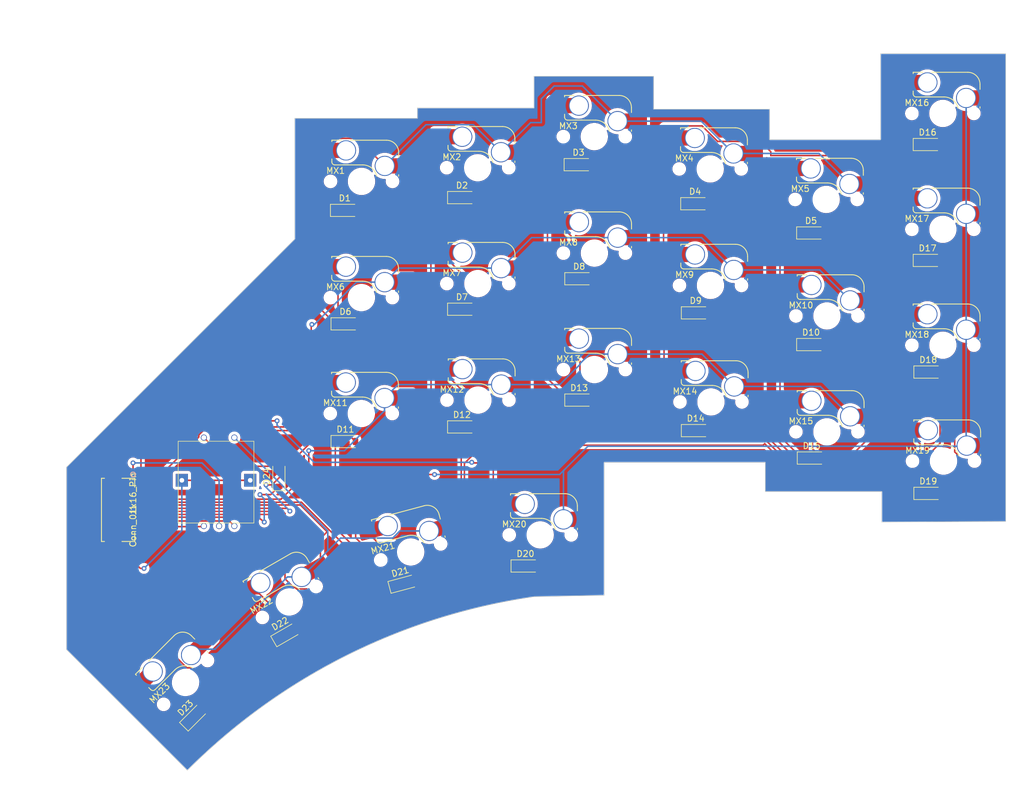
<source format=kicad_pcb>
(kicad_pcb (version 20221018) (generator pcbnew)
  (layers (0 "F.Cu" signal) (31 "B.Cu" signal) (34 "B.Paste" user) (35 "F.Paste" user) (36 "B.SilkS" user "B.Silkscreen") (37 "F.SilkS" user "F.Silkscreen") (38 "B.Mask" user) (39 "F.Mask" user) (44 "Edge.Cuts" user))
  (net 0 "")
  (net 1 "Net-(D1-K)")
  (net 2 "Net-(D1-A)")
  (net 3 "Net-(D12-K)")
  (net 4 "Net-(D2-A)")
  (net 5 "Net-(D24-K)")
  (net 6 "Net-(D3-A)")
  (net 7 "Net-(D24-A)")
  (net 8 "Net-(D4-A)")
  (net 9 "Net-(D10-K)")
  (net 10 "Net-(D5-A)")
  (net 11 "Net-(D6-A)")
  (net 12 "Net-(D7-A)")
  (net 13 "Net-(D13-K)")
  (net 14 "Net-(D8-A)")
  (net 15 "Net-(D14-K)")
  (net 16 "Net-(D9-A)")
  (net 17 "Net-(D10-A)")
  (net 18 "Net-(D11-A)")
  (net 19 "Net-(D12-A)")
  (net 20 "Net-(D13-A)")
  (net 21 "Net-(D14-A)")
  (net 22 "Net-(D15-A)")
  (net 23 "Net-(D16-A)")
  (net 24 "Net-(D17-A)")
  (net 25 "Net-(D18-A)")
  (net 26 "Net-(D19-A)")
  (net 27 "Net-(D20-A)")
  (net 28 "Net-(D21-A)")
  (net 29 "Net-(D22-A)")
  (net 30 "Net-(D23-A)")
  (net 31 "Net-(J1-Pin_1)")
  (net 32 "Net-(J1-Pin_2)")
  (net 33 "Net-(J1-Pin_3)")
  (net 34 "Net-(J1-Pin_4)")
  (net 35 "Net-(J1-Pin_5)")
  (net 36 "Net-(J1-Pin_12)")
  (net 37 "Net-(J1-Pin_13)")
  (net 38 "Net-(J1-Pin_14)")
  (net 39 "Net-(J1-Pin_6)")
  (footprint "PCM_marbastlib-mx:SW_MX_HS_1u" (layer "F.Cu") (at 106.58 58.6)
    (fp_text reference "MX2")
    (fp_text value "MX_SW_HS")
  )
  (footprint "PCM_marbastlib-mx:SW_MX_HS_1u" (layer "F.Cu") (at 163.8 101.9)
    (fp_text reference "MX15")
    (fp_text value "MX_SW_HS")
  )
  (footprint "Diode_SMD:D_SOD-123" (layer "F.Cu") (at 161.3 106.2)
    (fp_text reference "D15")
    (fp_text value "D")
  )
  (footprint "PCM_marbastlib-mx:SW_MX_HS_1u" (layer "F.Cu") (at 125.68 53.5)
    (fp_text reference "MX3")
    (fp_text value "MX_SW_HS")
  )
  (footprint "Diode_SMD:D_SOD-123" (layer "F.Cu") (at 123.2 76.8)
    (fp_text reference "D8")
    (fp_text value "D")
  )
  (footprint "Diode_SMD:D_SOD-123" (layer "F.Cu") (at 94.4 126.8 15)
    (fp_text reference "D21")
    (fp_text value "D")
  )
  (footprint "PCM_marbastlib-mx:SW_MX_HS_1u" (layer "F.Cu") (at 182.8 49.7)
    (fp_text reference "MX16")
    (fp_text value "MX_SW_HS")
  )
  (footprint "PCM_marbastlib-mx:SW_MX_HS_1u" (layer "F.Cu") (at 116.82 118.8)
    (fp_text reference "MX20")
    (fp_text value "MX_SW_HS")
  )
  (footprint "Diode_SMD:D_SOD-123" (layer "F.Cu") (at 142.3 101.7)
    (fp_text reference "D14")
    (fp_text value "D")
  )
  (footprint "PCM_marbastlib-mx:SW_MX_HS_1u" (layer "F.Cu") (at 182.9 106.7)
    (fp_text reference "MX19")
    (fp_text value "MX_SW_HS")
  )
  (footprint "Diode_SMD:D_SOD-123" (layer "F.Cu") (at 104 101.1)
    (fp_text reference "D12")
    (fp_text value "D")
  )
  (footprint "PCM_marbastlib-mx:SW_MX_HS_1u" (layer "F.Cu") (at 182.8 87.7)
    (fp_text reference "MX18")
    (fp_text value "MX_SW_HS")
  )
  (footprint "CustomKicad:PEC12R-42" (layer "F.Cu") (at 64.2 109.85)
    (fp_text reference "SW1" hide)
    (fp_text value "RotaryEncoder_Switch")
  )
  (footprint "PCM_marbastlib-mx:SW_MX_HS_1u" (layer "F.Cu") (at 144.68 58.8)
    (fp_text reference "MX4")
    (fp_text value "MX_SW_HS")
  )
  (footprint "Diode_SMD:D_SOD-123" (layer "F.Cu") (at 180.3 54.8)
    (fp_text reference "D16")
    (fp_text value "D")
  )
  (footprint "Diode_SMD:D_SOD-123" (layer "F.Cu") (at 74 109.2 90)
    (fp_text reference "D24")
    (fp_text value "D")
  )
  (footprint "Diode_SMD:D_SOD-123" (layer "F.Cu") (at 161.2 87.6)
    (fp_text reference "D10")
    (fp_text value "D")
  )
  (footprint "Diode_SMD:D_SOD-123" (layer "F.Cu") (at 114.4 123.9)
    (fp_text reference "D20")
    (fp_text value "D")
  )
  (footprint "PCM_marbastlib-mx:SW_MX_HS_1u" (layer "F.Cu") (at 87.52 79.9)
    (fp_text reference "MX6")
    (fp_text value "MX_SW_HS")
  )
  (footprint "Diode_SMD:D_SOD-123" (layer "F.Cu") (at 180.4 112)
    (fp_text reference "D19")
    (fp_text value "D")
  )
  (footprint "PCM_marbastlib-mx:SW_MX_HS_1u" (layer "F.Cu") (at 87.54 60.84)
    (fp_text reference "MX1")
    (fp_text value "MX_SW_HS")
  )
  (footprint "Diode_SMD:D_SOD-123" (layer "F.Cu") (at 60.1 148.6 45)
    (fp_text reference "D23")
    (fp_text value "D")
  )
  (footprint "PCM_marbastlib-mx:SW_MX_HS_1u" (layer "F.Cu") (at 95.6 121.6 15)
    (fp_text reference "MX21")
    (fp_text value "MX_SW_HS")
  )
  (footprint "PCM_marbastlib-mx:SW_MX_HS_1u" (layer "F.Cu") (at 125.7 72.6)
    (fp_text reference "MX8")
    (fp_text value "MX_SW_HS")
  )
  (footprint "Diode_SMD:D_SOD-123" (layer "F.Cu") (at 142.3 82.4)
    (fp_text reference "D9")
    (fp_text value "D")
  )
  (footprint "PCM_marbastlib-mx:SW_MX_HS_1u" (layer "F.Cu") (at 106.62 96.7)
    (fp_text reference "MX12")
    (fp_text value "MX_SW_HS")
  )
  (footprint "Diode_SMD:D_SOD-123" (layer "F.Cu") (at 84.9 103.5)
    (fp_text reference "D11")
    (fp_text value "D")
  )
  (footprint "Diode_SMD:D_SOD-123" (layer "F.Cu") (at 142.2 64.5)
    (fp_text reference "D4")
    (fp_text value "D")
  )
  (footprint "Diode_SMD:D_SOD-123" (layer "F.Cu") (at 84.8 65.6)
    (fp_text reference "D1")
    (fp_text value "D")
  )
  (footprint "PCM_marbastlib-mx:SW_MX_HS_1u" (layer "F.Cu") (at 144.72 77.9)
    (fp_text reference "MX9")
    (fp_text value "MX_SW_HS")
  )
  (footprint "Diode_SMD:D_SOD-123" (layer "F.Cu") (at 180.3 73.8)
    (fp_text reference "D17")
    (fp_text value "D")
  )
  (footprint "Diode_SMD:D_SOD-123" (layer "F.Cu") (at 75.2 135.1 30)
    (fp_text reference "D22")
    (fp_text value "D")
  )
  (footprint "PCM_marbastlib-mx:SW_MX_HS_1u" (layer "F.Cu") (at 182.8 68.7)
    (fp_text reference "MX17")
    (fp_text value "MX_SW_HS")
  )
  (footprint "Diode_SMD:D_SOD-123" (layer "F.Cu") (at 104 81.8)
    (fp_text reference "D7")
    (fp_text value "D")
  )
  (footprint "PCM_marbastlib-mx:SW_MX_HS_1u" (layer "F.Cu") (at 125.7 91.7)
    (fp_text reference "MX13")
    (fp_text value "MX_SW_HS")
  )
  (footprint "PCM_marbastlib-mx:SW_MX_HS_1u" (layer "F.Cu") (at 144.8 97)
    (fp_text reference "MX14")
    (fp_text value "MX_SW_HS")
  )
  (footprint "Diode_SMD:D_SOD-123" (layer "F.Cu") (at 104 63.5)
    (fp_text reference "D2")
    (fp_text value "D")
  )
  (footprint "Diode_SMD:D_SOD-123" (layer "F.Cu") (at 180.4 92.1)
    (fp_text reference "D18")
    (fp_text value "D")
  )
  (footprint "PCM_marbastlib-mx:SW_MX_HS_1u" (layer "F.Cu") (at 87.5 98.9)
    (fp_text reference "MX11")
    (fp_text value "MX_SW_HS")
  )
  (footprint "Diode_SMD:D_SOD-123" (layer "F.Cu") (at 123.1 58.1)
    (fp_text reference "D3")
    (fp_text value "D")
  )
  (footprint "PCM_marbastlib-mx:SW_MX_HS_1u" (layer "F.Cu") (at 106.6 77.6)
    (fp_text reference "MX7")
    (fp_text value "MX_SW_HS")
  )
  (footprint "PCM_marbastlib-mx:SW_MX_HS_1u" (layer "F.Cu") (at 163.8 82.9)
    (fp_text reference "MX10")
    (fp_text value "MX_SW_HS")
  )
  (footprint "PCM_marbastlib-mx:SW_MX_HS_1u" (layer "F.Cu") (at 75.7 129.8 30)
    (fp_text reference "MX22")
    (fp_text value "MX_SW_HS")
  )
  (footprint "CustomKicad:XF3M-1415-1B" (layer "F.Cu") (at 50.099994 117.950002 -90)
    (fp_text reference "J1")
    (fp_text value "Conn_01x16_Pin")
  )
  (footprint "Diode_SMD:D_SOD-123" (layer "F.Cu") (at 84.9 84.2)
    (fp_text reference "D6")
    (fp_text value "D")
  )
  (footprint "PCM_marbastlib-mx:SW_MX_HS_1u" (layer "F.Cu") (at 58.707898 142.992102 45)
    (fp_text reference "MX23")
    (fp_text value "MX_SW_HS")
  )
  (footprint "PCM_marbastlib-mx:SW_MX_HS_1u" (layer "F.Cu") (at 163.68 63.8)
    (fp_text reference "MX5")
    (fp_text value "MX_SW_HS")
  )
  (footprint "Diode_SMD:D_SOD-123" (layer "F.Cu") (at 123.2 96.7)
    (fp_text reference "D13")
    (fp_text value "D")
  )
  (footprint "Diode_SMD:D_SOD-123" (layer "F.Cu") (at 161.2 69.3)
    (fp_text reference "D5")
    (fp_text value "D")
  )
  (gr_line (start 39.2 137.6) (end 39.2 107.7) (stroke (width 0.1)) (layer "Edge.Cuts"))
  (gr_line (start 96.7 50.5) (end 76.6 50.5) (stroke (width 0.1)) (layer "Edge.Cuts"))
  (gr_line (start 172.8 111.7) (end 172.8 116.7) (stroke (width 0.1)) (layer "Edge.Cuts"))
  (gr_line (start 172.6 39.9) (end 172.6 51.2) (stroke (width 0.1)) (layer "Edge.Cuts"))
  (gr_line (start 154.4 49) (end 135.4 49) (stroke (width 0.1)) (layer "Edge.Cuts"))
  (gr_line (start 127.3 106.9) (end 153.7 106.9) (stroke (width 0.1)) (layer "Edge.Cuts"))
  (gr_line (start 193.1 40.7) (end 193.1 39.9) (stroke (width 0.1)) (layer "Edge.Cuts"))
  (gr_line (start 135.4 43.6) (end 115.8 43.6) (stroke (width 0.1)) (layer "Edge.Cuts"))
  (gr_line (start 115.8 48.8) (end 96.8 48.8) (stroke (width 0.1)) (layer "Edge.Cuts"))
  (gr_line (start 172.6 54) (end 154.4 54) (stroke (width 0.1)) (layer "Edge.Cuts"))
  (gr_line (start 193.1 40.7) (end 193.1 116.6) (stroke (width 0.1)) (layer "Edge.Cuts"))
  (gr_arc (start 58.998245 157.398245) (mid 85.122251 138.559029) (end 115.85825 128.932082) (stroke (width 0.1)) (layer "Edge.Cuts"))
  (gr_line (start 154.4 54) (end 154.4 49) (stroke (width 0.1)) (layer "Edge.Cuts"))
  (gr_line (start 96.7 48.8) (end 96.7 50.5) (stroke (width 0.1)) (layer "Edge.Cuts"))
  (gr_line (start 115.85825 128.932081) (end 127.3 128.7) (stroke (width 0.1)) (layer "Edge.Cuts"))
  (gr_line (start 127.3 128.7) (end 127.3 106.9) (stroke (width 0.1)) (layer "Edge.Cuts"))
  (gr_line (start 135.4 49) (end 135.4 43.6) (stroke (width 0.1)) (layer "Edge.Cuts"))
  (gr_line (start 172.6 51.2) (end 172.6 54) (stroke (width 0.1)) (layer "Edge.Cuts"))
  (gr_line (start 76.6 70.3) (end 76.6 50.5) (stroke (width 0.1)) (layer "Edge.Cuts"))
  (gr_line (start 39.2 107.7) (end 76.6 70.3) (stroke (width 0.1)) (layer "Edge.Cuts"))
  (gr_line (start 153.7 111.7) (end 172.8 111.7) (stroke (width 0.1)) (layer "Edge.Cuts"))
  (gr_line (start 172.8 116.7) (end 193.1 116.6) (stroke (width 0.1)) (layer "Edge.Cuts"))
  (gr_line (start 96.7 48.8) (end 96.8 48.8) (stroke (width 0.1)) (layer "Edge.Cuts"))
  (gr_line (start 115.8 43.6) (end 115.8 48.8) (stroke (width 0.1)) (layer "Edge.Cuts"))
  (gr_line (start 58.998245 157.398245) (end 39.2 137.6) (stroke (width 0.1)) (layer "Edge.Cuts"))
  (gr_line (start 153.7 106.9) (end 153.7 111.7) (stroke (width 0.1)) (layer "Edge.Cuts"))
  (gr_line (start 193.1 39.9) (end 172.6 39.9) (stroke (width 0.1)) (layer "Edge.Cuts"))
  (segment (start 176.8 54.8) (end 174.5 57.1) (width 0.25) (layer "F.Cu") (net 1))
  (segment (start 77.3 105.574695) (end 77.3 107.8) (width 0.25) (layer "F.Cu") (net 1))
  (segment (start 79.81 100.06) (end 83.25 103.5) (width 0.25) (layer "F.Cu") (net 1))
  (segment (start 83.15 65.6) (end 79.83 68.92) (width 0.25) (layer "F.Cu") (net 1))
  (segment (start 122.95 57.579552) (end 120.570448 55.2) (width 0.25) (layer "F.Cu") (net 1))
  (segment (start 85.95 68.4) (end 83.15 65.6) (width 0.25) (layer "F.Cu") (net 1))
  (segment (start 93.875 66.525) (end 90.775 66.525) (width 0.25) (layer "F.Cu") (net 1))
  (segment (start 92.806222 127.227051) (end 83.25 117.670829) (width 0.25) (layer "F.Cu") (net 1))
  (segment (start 97.9 62.5) (end 93.875 66.525) (width 0.25) (layer "F.Cu") (net 1))
  (segment (start 174.5 57.1) (end 174 56.6) (width 0.25) (layer "F.Cu") (net 1))
  (segment (start 77.3 107.8) (end 75.767026 109.332974) (width 0.25) (layer "F.Cu") (net 1))
  (segment (start 137.055 51.745) (end 134.05 54.75) (width 0.25) (layer "F.Cu") (net 1))
  (segment (start 117.47745 56.22255) (end 116.62255 56.22255) (width 0.25) (layer "F.Cu") (net 1))
  (segment (start 145.915 54.285) (end 145.9 54.3) (width 0.25) (layer "F.Cu") (net 1))
  (segment (start 74.132974 109.332974) (end 72.865948 110.6) (width 0.25) (layer "F.Cu") (net 1))
  (segment (start 83.25 103.5) (end 79.374695 103.5) (width 0.25) (layer "F.Cu") (net 1))
  (segment (start 145.9 54.3) (end 143.345 51.745) (width 0.25) (layer "F.Cu") (net 1))
  (segment (start 124.175 59.025) (end 122.95 57.8) (width 0.25) (layer "F.Cu") (net 1))
  (segment (start 122.95 57.8) (end 122.95 57.579552) (width 0.25) (layer "F.Cu") (net 1))
  (segment (start 106.3 64.5) (end 104.734052 64.5) (width 0.25) (layer "F.Cu") (net 1))
  (segment (start 104.734052 64.5) (end 102.734052 62.5) (width 0.25) (layer "F.Cu") (net 1))
  (segment (start 75.767026 109.332974) (end 74.132974 109.332974) (width 0.25) (layer "F.Cu") (net 1))
  (segment (start 129.55 54.75) (end 125.275 59.025) (width 0.25) (layer "F.Cu") (net 1))
  (segment (start 102.734052 62.5) (end 97.9 62.5) (width 0.25) (layer "F.Cu") (net 1))
  (segment (start 174 56.6) (end 154.6 56.6) (width 0.25) (layer "F.Cu") (net 1))
  (segment (start 152.9101 54.285) (end 145.915 54.285) (width 0.25) (layer "F.Cu") (net 1))
  (segment (start 72.865948 110.6) (end 71.9 110.6) (width 0.25) (layer "F.Cu") (net 1))
  (segment (start 143.345 51.745) (end 137.055 51.745) (width 0.25) (layer "F.Cu") (net 1))
  (segment (start 88.9 68.4) (end 85.95 68.4) (width 0.25) (layer "F.Cu") (net 1))
  (segment (start 79.374695 103.5) (end 77.3 105.574695) (width 0.25) (layer "F.Cu") (net 1))
  (segment (start 75.350001 114.450001) (end 75.8 114.9) (width 0.25) (layer "F.Cu") (net 1))
  (segment (start 90.775 66.525) (end 88.9 68.4) (width 0.25) (layer "F.Cu") (net 1))
  (segment (start 111.7451 61.1) (end 109.7 61.1) (width 0.25) (layer "F.Cu") (net 1))
  (segment (start 178.65 54.8) (end 176.8 54.8) (width 0.25) (layer "F.Cu") (net 1))
  (segment (start 154.6 56.6) (end 154.6 55.9749) (width 0.25) (layer "F.Cu") (net 1))
  (segment (start 79.83 68.92) (end 79.83 80.78) (width 0.25) (layer "F.Cu") (net 1))
  (segment (start 134.05 54.75) (end 129.55 54.75) (width 0.25) (layer "F.Cu") (net 1))
  (segment (start 79.83 80.78) (end 83.25 84.2) (width 0.25) (layer "F.Cu") (net 1))
  (segment (start 137.055 51.745) (end 136.9 51.9) (width 0.25) (layer "F.Cu") (net 1))
  (segment (start 118.5 55.2) (end 117.47745 56.22255) (width 0.25) (layer "F.Cu") (net 1))
  (segment (start 154.6 55.9749) (end 152.9101 54.285) (width 0.25) (layer "F.Cu") (net 1))
  (segment (start 50.099994 114.450001) (end 75.350001 114.450001) (width 0.25) (layer "F.Cu") (net 1))
  (segment (start 79.81 87.64) (end 79.81 100.06) (width 0.25) (layer "F.Cu") (net 1))
  (segment (start 116.62255 56.22255) (end 111.7451 61.1) (width 0.25) (layer "F.Cu") (net 1))
  (segment (start 125.275 59.025) (end 124.175 59.025) (width 0.25) (layer "F.Cu") (net 1))
  (segment (start 109.7 61.1) (end 106.3 64.5) (width 0.25) (layer "F.Cu") (net 1))
  (segment (start 83.25 84.2) (end 79.81 87.64) (width 0.25) (layer "F.Cu") (net 1))
  (segment (start 120.570448 55.2) (end 118.5 55.2) (width 0.25) (layer "F.Cu") (net 1))
  (segment (start 83.25 117.670829) (end 83.25 103.5) (width 0.25) (layer "F.Cu") (net 1))
  (via (at 71.9 110.6) (size 0.8) (drill 0.4) (layers "F.Cu" "B.Cu") (net 1))
  (via (at 75.8 114.9) (size 0.8) (drill 0.4) (layers "F.Cu" "B.Cu") (net 1))
  (segment (start 71.9 110.6) (end 71.9 110.7) (width 0.25) (layer "B.Cu") (net 1))
  (segment (start 71.9 111) (end 71.9 110.6) (width 0.25) (layer "B.Cu") (net 1))
  (segment (start 75.8 114.9) (end 71.9 111) (width 0.25) (layer "B.Cu") (net 1))
  (segment (start 85.1711 64.3211) (end 86.45 65.6) (width 0.25) (layer "F.Cu") (net 2))
  (segment (start 81.45 55.76) (end 85.1711 59.4811) (width 0.25) (layer "F.Cu") (net 2))
  (segment (start 85.1711 59.4811) (end 85.1711 64.3211) (width 0.25) (layer "F.Cu") (net 2))
  (segment (start 122.5 57.765948) (end 121.734052 57) (width 0.25) (layer "F.Cu") (net 3))
  (segment (start 98.91 78.36) (end 102.35 81.8) (width 0.25) (layer "F.Cu") (net 3))
  (segment (start 118.2 57) (end 113.57745 61.62255) (width 0.25) (layer "F.Cu") (net 3))
  (segment (start 93.366381 130.4) (end 103.878424 119.887957) (width 0.25) (layer "F.Cu") (net 3))
  (segment (start 157.590948 65.425) (end 142.859052 65.425) (width 0.25) (layer "F.Cu") (net 3))
  (segment (start 50.099994 114.95) (end 74.65 114.95) (width 0.25) (layer "F.Cu") (net 3))
  (segment (start 74.65 114.95) (end 75 115.3) (width 0.25) (layer "F.Cu") (net 3))
  (segment (start 84.5 130.4) (end 93.366381 130.4) (width 0.25) (layer "F.Cu") (net 3))
  (segment (start 78.570295 127.670295) (end 81.3 130.4) (width 0.25) (layer "F.Cu") (net 3))
  (segment (start 75 126) (end 76.4311 127.4311) (width 0.25) (layer "F.Cu") (net 3))
  (segment (start 98.93 97.68) (end 102.35 101.1) (width 0.25) (layer "F.Cu") (net 3))
  (segment (start 84.4 130.4) (end 84.5 130.4) (width 0.25) (layer "F.Cu") (net 3))
  (segment (start 102.35 81.8) (end 98.93 85.22) (width 0.25) (layer "F.Cu") (net 3))
  (segment (start 73.771058 135.925) (end 78.875 135.925) (width 0.25) (layer "F.Cu") (net 3))
  (segment (start 102.35 63.5) (end 98.91 66.94) (width 0.25) (layer "F.Cu") (net 3))
  (segment (start 121.734052 57) (end 118.2 57) (width 0.25) (layer "F.Cu") (net 3))
  (segment (start 113.57745 61.62255) (end 111.22255 61.62255) (width 0.25) (layer "F.Cu") (net 3))
  (segment (start 78.875 135.925) (end 84.4 130.4) (width 0.25) (layer "F.Cu") (net 3))
  (segment (start 105.85 67) (end 102.35 63.5) (width 0.25) (layer "F.Cu") (net 3))
  (segment (start 76.4311 127.4311) (end 76.67229 127.4311) (width 0.25) (layer "F.Cu") (net 3))
  (segment (start 142.859052 65.425) (end 136.534052 59.1) (width 0.25) (layer "F.Cu") (net 3))
  (segment (start 81.3 130.4) (end 84.5 130.4) (width 0.25) (layer "F.Cu") (net 3))
  (segment (start 98.91 66.94) (end 98.91 78.36) (width 0.25) (layer "F.Cu") (net 3))
  (segment (start 98.93 85.22) (end 98.93 97.68) (width 0.25) (layer "F.Cu") (net 3))
  (segment (start 105.9 66.9451) (end 105.9 67) (width 0.25) (layer "F.Cu") (net 3))
  (segment (start 165.965948 73.8) (end 157.590948 65.425) (width 0.25) (layer "F.Cu") (net 3))
  (segment (start 76.911485 127.670295) (end 78.570295 127.670295) (width 0.25) (layer "F.Cu") (net 3))
  (segment (start 136.534052 59.1) (end 127.1 59.1) (width 0.25) (layer "F.Cu") (net 3))
  (segment (start 103.878424 102.628424) (end 102.35 101.1) (width 0.25) (layer "F.Cu") (net 3))
  (segment (start 76.67229 127.4311) (end 76.911485 127.670295) (width 0.25) (layer "F.Cu") (net 3))
  (segment (start 105.9 67) (end 105.85 67) (width 0.25) (layer "F.Cu") (net 3))
  (segment (start 178.65 73.8) (end 165.965948 73.8) (width 0.25) (layer "F.Cu") (net 3))
  (segment (start 103.878424 119.887957) (end 103.878424 102.628424) (width 0.25) (layer "F.Cu") (net 3))
  (segment (start 111.22255 61.62255) (end 105.9 66.9451) (width 0.25) (layer "F.Cu") (net 3))
  (segment (start 122.5 60) (end 122.5 57.765948) (width 0.25) (layer "F.Cu") (net 3))
  (segment (start 75 115.3) (end 75 126) (width 0.25) (layer "F.Cu") (net 3))
  (segment (start 125.6 60.6) (end 123.1 60.6) (width 0.25) (layer "F.Cu") (net 3))
  (segment (start 127.1 59.1) (end 125.6 60.6) (width 0.25) (layer "F.Cu") (net 3))
  (segment (start 123.1 60.6) (end 122.5 60) (width 0.25) (layer "F.Cu") (net 3))
  (segment (start 104.2111 62.0611) (end 105.65 63.5) (width 0.25) (layer "F.Cu") (net 4))
  (segment (start 100.49 53.52) (end 104.2111 57.2411) (width 0.25) (layer "F.Cu") (net 4))
  (segment (start 104.2111 57.2411) (end 104.2111 62.0611) (width 0.25) (layer "F.Cu") (net 4))
  (segment (start 71.6 116.7) (end 71.4 116.7) (width 0.25) (layer "F.Cu") (net 5))
  (segment (start 50.099994 115.950001) (end 51.049995 115.950001) (width 0.25) (layer "F.Cu") (net 5))
  (segment (start 74 110.85) (end 72.65 112.2) (width 0.25) (layer "F.Cu") (net 5))
  (segment (start 51.049995 115.950001) (end 51.099996 115.9) (width 0.25) (layer "F.Cu") (net 5))
  (segment (start 70.6 115.9) (end 71.6 116.7) (width 0.25) (layer "F.Cu") (net 5))
  (segment (start 72.65 112.2) (end 70.9 112.2) (width 0.25) (layer "F.Cu") (net 5))
  (segment (start 51.099996 115.9) (end 70.6 115.9) (width 0.25) (layer "F.Cu") (net 5))
  (via (at 71.6 116.7) (size 0.8) (drill 0.4) (layers "F.Cu" "B.Cu") (net 5))
  (via (at 70.9 112.2) (size 0.8) (drill 0.4) (layers "F.Cu" "B.Cu") (net 5))
  (segment (start 70.9 112.2) (end 70.8 112.1) (width 0.25) (layer "B.Cu") (net 5))
  (segment (start 71.6 116.7) (end 71.6 112.9) (width 0.25) (layer "B.Cu") (net 5))
  (segment (start 71.6 112.9) (end 70.9 112.2) (width 0.25) (layer "B.Cu") (net 5))
  (segment (start 119.59 48.42) (end 121.85 50.68) (width 0.25) (layer "F.Cu") (net 6))
  (segment (start 121.85 50.68) (end 121.85 55.2) (width 0.25) (layer "F.Cu") (net 6))
  (segment (start 121.85 55.2) (end 124.75 58.1) (width 0.25) (layer "F.Cu") (net 6))
  (segment (start 66.4 107.55) (end 61.7 102.85) (width 0.25) (layer "F.Cu") (net 7))
  (segment (start 74 107.55) (end 66.4 107.55) (width 0.25) (layer "F.Cu") (net 7))
  (segment (start 142.3111 62.9611) (end 143.85 64.5) (width 0.25) (layer "F.Cu") (net 8))
  (segment (start 142.3111 57.4411) (end 142.3111 62.9611) (width 0.25) (layer "F.Cu") (net 8))
  (segment (start 138.59 53.72) (end 142.3111 57.4411) (width 0.25) (layer "F.Cu") (net 8))
  (segment (start 184.735 96.635) (end 184.735 105.184869) (width 0.25) (layer "F.Cu") (net 9))
  (segment (start 184.735 105.184869) (end 185.3 105.749869) (width 0.25) (layer "F.Cu") (net 9))
  (segment (start 49.124994 109.175002) (end 47.381802 107.43181) (width 0.25) (layer "F.Cu") (net 9))
  (segment (start 178.063604 113.4) (end 175.5 110.836396) (width 0.25) (layer "F.Cu") (net 9))
  (segment (start 109.13 107) (end 109.13 120.28) (width 0.25) (layer "F.Cu") (net 9))
  (segment (start 173.8 109.1) (end 158.85 109.1) (width 0.25) (layer "F.Cu") (net 9))
  (segment (start 50.099994 116.45) (end 49.149993 116.45) (width 0.25) (layer "F.Cu") (net 9))
  (segment (start 49.124994 116.425001) (end 49.124994 109.175002) (width 0.25) (layer "F.Cu") (net 9))
  (segment (start 174.9 98.7) (end 174.9 94.565948) (width 0.25) (layer "F.Cu") (net 9))
  (segment (start 153.35 104.1) (end 111.9 104.1) (width 0.25) (layer "F.Cu") (net 9))
  (segment (start 159.55 87.6) (end 156.11 91.04) (width 0.25) (layer "F.Cu") (net 9))
  (segment (start 185.3 111.3) (end 183.2 113.4) (width 0.25) (layer "F.Cu") (net 9))
  (segment (start 183.2 113.4) (end 178.063604 113.4) (width 0.25) (layer "F.Cu") (net 9))
  (segment (start 49.149993 116.45) (end 49.124994 116.425001) (width 0.25) (layer "F.Cu") (net 9))
  (segment (start 166.1 107.5) (end 174.9 98.7) (width 0.25) (layer "F.Cu") (net 9))
  (segment (start 160.95 107.5) (end 166.1 107.5) (width 0.25) (layer "F.Cu") (net 9))
  (segment (start 159.55 69.3) (end 156.11 72.74) (width 0.25) (layer "F.Cu") (net 9))
  (segment (start 178.465948 91) (end 179.1 91) (width 0.25) (layer "F.Cu") (net 9))
  (segment (start 156.11 84.16) (end 159.55 87.6) (width 0.25) (layer "F.Cu") (net 9))
  (segment (start 156.11 91.04) (end 156.11 102.66) (width 0.25) (layer "F.Cu") (net 9))
  (segment (start 109.13 107) (end 105.7 107) (width 0.25) (layer "F.Cu") (net 9))
  (segment (start 111.9 104.1) (end 109.13 106.87) (width 0.25) (layer "F.Cu") (net 9))
  (segment (start 175.5 110.8) (end 173.8 109.1) (width 0.25) (layer "F.Cu") (net 9))
  (segment (start 153.6 103.85) (end 153.35 104.1) (width 0.25) (layer "F.Cu") (net 9))
  (segment (start 105.7 107) (end 105.6 106.9) (width 0.25) (layer "F.Cu") (net 9))
  (segment (start 156.11 72.74) (end 156.11 84.16) (width 0.25) (layer "F.Cu") (net 9))
  (segment (start 158.85 109.1) (end 153.6 103.85) (width 0.25) (layer "F.Cu") (net 9))
  (segment (start 174.9 94.565948) (end 178.465948 91) (width 0.25) (layer "F.Cu") (net 9))
  (segment (start 109.13 120.28) (end 112.75 123.9) (width 0.25) (layer "F.Cu") (net 9))
  (segment (start 53.963604 100.1) (end 73.7 100.1) (width 0.25) (layer "F.Cu") (net 9))
  (segment (start 175.5 110.836396) (end 175.5 110.8) (width 0.25) (layer "F.Cu") (net 9))
  (segment (start 47.381802 106.681802) (end 53.963604 100.1) (width 0.25) (layer "F.Cu") (net 9))
  (segment (start 185.3 105.749869) (end 185.3 111.3) (width 0.25) (layer "F.Cu") (net 9))
  (segment (start 109.13 106.87) (end 109.13 107) (width 0.25) (layer "F.Cu") (net 9))
  (segment (start 156.11 102.66) (end 159.65 106.2) (width 0.25) (layer "F.Cu") (net 9))
  (segment (start 47.381802 107.43181) (end 47.381802 106.681802) (width 0.25) (layer "F.Cu") (net 9))
  (segment (start 159.65 106.2) (end 160.95 107.5) (width 0.25) (layer "F.Cu") (net 9))
  (segment (start 179.1 91) (end 184.735 96.635) (width 0.25) (layer "F.Cu") (net 9))
  (via (at 105.6 106.9) (size 0.8) (drill 0.4) (layers "F.Cu" "B.Cu") (net 9))
  (via (at 73.7 100.1) (size 0.8) (drill 0.4) (layers "F.Cu" "B.Cu") (net 9))
  (segment (start 105.6 106.9) (end 105.3 106.9) (width 0.25) (layer "B.Cu") (net 9))
  (segment (start 73.7 100.825305) (end 79.774695 106.9) (width 0.25) (layer "B.Cu") (net 9))
  (segment (start 79.774695 106.9) (end 105.6 106.9) (width 0.25) (layer "B.Cu") (net 9))
  (segment (start 73.7 100.1) (end 73.7 100.825305) (width 0.25) (layer "B.Cu") (net 9))
  (segment (start 161.3111 62.4411) (end 161.3111 67.7611) (width 0.25) (layer "F.Cu") (net 10))
  (segment (start 157.59 58.72) (end 161.3111 62.4411) (width 0.25) (layer "F.Cu") (net 10))
  (segment (start 161.3111 67.7611) (end 162.85 69.3) (width 0.25) (layer "F.Cu") (net 10))
  (segment (start 83.69 81.34) (end 86.55 84.2) (width 0.25) (layer "F.Cu") (net 11))
  (segment (start 81.43 74.82) (end 83.69 77.08) (width 0.25) (layer "F.Cu") (net 11))
  (segment (start 83.69 77.08) (end 83.69 81.34) (width 0.25) (layer "F.Cu") (net 11))
  (segment (start 100.51 72.52) (end 104.2311 76.2411) (width 0.25) (layer "F.Cu") (net 12))
  (segment (start 104.2311 80.3811) (end 105.65 81.8) (width 0.25) (layer "F.Cu") (net 12))
  (segment (start 104.2311 76.2411) (end 104.2311 80.3811) (width 0.25) (layer "F.Cu") (net 12))
  (segment (start 104.4 107.074695) (end 104.4 120.2) (width 0.25) (layer "F.Cu") (net 13))
  (segment (start 178.75 92.1) (end 182.335 95.685) (width 0.25) (layer "F.Cu") (net 13))
  (segment (start 104.4 120.2) (end 91.8 132.8) (width 0.25) (layer "F.Cu") (net 13))
  (segment (start 182.335 95.685) (end 182.335 103.765) (width 0.25) (layer "F.Cu") (net 13))
  (segment (start 67.4 124.3) (end 55.005439 136.694561) (width 0.25) (layer "F.Cu") (net 13))
  (segment (start 70.7 124.3) (end 67.4 124.3) (width 0.25) (layer "F.Cu") (net 13))
  (segment (start 59.665927 140.6) (end 58.910878 140.6) (width 0.25) (layer "F.Cu") (net 13))
  (segment (start 136.665948 99.1) (end 123.95 99.1) (width 0.25) (layer "F.Cu") (net 13))
  (segment (start 174.7 108.5) (end 159 108.5) (width 0.25) (layer "F.Cu") (net 13))
  (segment (start 114.774695 96.7) (end 104.4 107.074695) (width 0.25) (layer "F.Cu") (net 13))
  (segment (start 180.5 105.6) (end 180.5 109.065948) (width 0.25) (layer "F.Cu") (net 13))
  (segment (start 121.55 76.8) (end 118.01 80.34) (width 0.25) (layer "F.Cu") (net 13))
  (segment (start 180.5 109.065948) (end 183 111.565948) (width 0.25) (layer "F.Cu") (net 13))
  (segment (start 182.335 103.765) (end 180.5 105.6) (width 0.25) (layer "F.Cu") (net 13))
  (segment (start 62.245398 147.762752) (end 62.245398 143.3) (width 0.25) (layer "F.Cu") (net 13))
  (segment (start 159 108.5) (end 153.9 103.4) (width 0.25) (layer "F.Cu") (net 13))
  (segment (start 183 112.7) (end 182.775 112.925) (width 0.25) (layer "F.Cu") (net 13))
  (segment (start 123.95 99.1) (end 121.55 96.7) (width 0.25) (layer "F.Cu") (net 13))
  (segment (start 74.513606 120.486394) (end 70.7 124.3) (width 0.25) (layer "F.Cu") (net 13))
  (segment (start 176.5 111.2) (end 176.5 109.4) (width 0.25) (layer "F.Cu") (net 13))
  (segment (start 182.775 112.925) (end 178.225 112.925) (width 0.25) (layer "F.Cu") (net 13))
  (segment (start 153.9 103.4) (end 140.965948 103.4) (width 0.25) (layer "F.Cu") (net 13))
  (segment (start 183 111.565948) (end 183 112.7) (width 0.25) (layer "F.Cu") (net 13))
  (segment (start 118.01 73.26) (end 121.55 76.8) (width 0.25) (layer "F.Cu") (net 13))
  (segment (start 62.245398 143.3) (end 62.245398 143.179471) (width 0.25) (layer "F.Cu") (net 13))
  (segment (start 178.225 112.925) (end 176.5 111.2) (width 0.25) (layer "F.Cu") (net 13))
  (segment (start 66.045398 139.5) (end 62.245398 143.3) (width 0.25) (layer "F.Cu") (net 13))
  (segment (start 140.965948 103.4) (end 136.665948 99.1) (width 0.25) (layer "F.Cu") (net 13))
  (segment (start 91.8 132.8) (end 84 132.8) (width 0.25) (layer "F.Cu") (net 13))
  (segment (start 118.01 80.34) (end 118.01 93.16) (width 0.25) (layer "F.Cu") (net 13))
  (segment (start 60.241424 149.766726) (end 62.245398 147.762752) (width 0.25) (layer "F.Cu") (net 13))
  (segment (start 176.5 109.4) (end 175.6 109.4) (width 0.25) (layer "F.Cu") (net 13))
  (segment (start 58.910878 140.6) (end 55.005439 136.694561) (width 0.25) (layer "F.Cu") (net 13))
  (segment (start 121.45 58.1) (end 118.01 61.54) (width 0.25) (layer "F.Cu") (net 13))
  (segment (start 58.933274 149.766726) (end 60.241424 149.766726) (width 0.25) (layer "F.Cu") (net 13))
  (segment (start 77.3 139.5) (end 66.045398 139.5) (width 0.25) (layer "F.Cu") (net 13))
  (segment (start 84 132.8) (end 77.3 139.5) (width 0.25) (layer "F.Cu") (net 13))
  (segment (start 121.55 96.7) (end 114.774695 96.7) (width 0.25) (layer "F.Cu") (net 13))
  (segment (start 118.01 61.54) (end 118.01 73.26) (width 0.25) (layer "F.Cu") (net 13))
  (segment (start 62.245398 143.179471) (end 59.665927 140.6) (width 0.25) (layer "F.Cu") (net 13))
  (segment (start 118.01 93.16) (end 121.55 96.7) (width 0.25) (layer "F.Cu") (net 13))
  (segment (start 74.513606 115.450002) (end 74.513606 120.486394) (width 0.25) (layer "F.Cu") (net 13))
  (segment (start 175.6 109.4) (end 174.7 108.5) (width 0.25) (layer "F.Cu") (net 13))
  (segment (start 50.099994 115.450002) (end 74.513606 115.450002) (width 0.25) (layer "F.Cu") (net 13))
  (segment (start 121.87 69.78) (end 121.87 73.82) (width 0.25) (layer "F.Cu") (net 14))
  (segment (start 121.87 73.82) (end 124.85 76.8) (width 0.25) (layer "F.Cu") (net 14))
  (segment (start 119.61 67.52) (end 121.87 69.78) (width 0.25) (layer "F.Cu") (net 14))
  (segment (start 154.2 102.9) (end 159.2 107.9) (width 0.25) (layer "F.Cu") (net 15))
  (segment (start 140.65 82.4) (end 137.11 85.94) (width 0.25) (layer "F.Cu") (net 15))
  (segment (start 178.75 109.95) (end 178.75 112) (width 0.25) (layer "F.Cu") (net 15))
  (segment (start 176.85 108.05) (end 178.75 109.95) (width 0.25) (layer "F.Cu") (net 15))
  (segment (start 137.11 85.94) (end 137.11 98.16) (width 0.25) (layer "F.Cu") (net 15))
  (segment (start 159.2 108.05) (end 176.85 108.05) (width 0.25) (layer "F.Cu") (net 15))
  (segment (start 137.03 78.78) (end 140.65 82.4) (width 0.25) (layer "F.Cu") (net 15))
  (segment (start 159.2 107.9) (end 159.2 108.05) (width 0.25) (layer "F.Cu") (net 15))
  (segment (start 137.11 98.16) (end 140.65 101.7) (width 0.25) (layer "F.Cu") (net 15))
  (segment (start 140.55 65.75) (end 137.03 69.27) (width 0.25) (layer "F.Cu") (net 15))
  (segment (start 140.65 101.7) (end 141.85 102.9) (width 0.25) (layer "F.Cu") (net 15))
  (segment (start 137.03 69.27) (end 137.03 78.78) (width 0.25) (layer "F.Cu") (net 15))
  (segment (start 141.85 102.9) (end 154.2 102.9) (width 0.25) (layer "F.Cu") (net 15))
  (segment (start 140.55 64.5) (end 140.55 65.75) (width 0.25) (layer "F.Cu") (net 15))
  (segment (start 142.3511 76.5411) (end 142.3511 80.8011) (width 0.25) (layer "F.Cu") (net 16))
  (segment (start 142.3511 80.8011) (end 143.95 82.4) (width 0.25) (layer "F.Cu") (net 16))
  (segment (start 138.63 72.82) (end 142.3511 76.5411) (width 0.25) (layer "F.Cu") (net 16))
  (segment (start 157.71 77.82) (end 159.97 80.08) (width 0.25) (layer "F.Cu") (net 17))
  (segment (start 159.97 84.72) (end 162.85 87.6) (width 0.25) (layer "F.Cu") (net 17))
  (segment (start 159.97 80.08) (end 159.97 84.72) (width 0.25) (layer "F.Cu") (net 17))
  (segment (start 85.1311 102.0811) (end 86.55 103.5) (width 0.25) (layer "F.Cu") (net 18))
  (segment (start 81.41 93.82) (end 85.1311 97.5411) (width 0.25) (layer "F.Cu") (net 18))
  (segment (start 85.1311 97.5411) (end 85.1311 102.0811) (width 0.25) (layer "F.Cu") (net 18))
  (segment (start 100.53 91.62) (end 104.2511 95.3411) (width 0.25) (layer "F.Cu") (net 19))
  (segment (start 104.2511 95.3411) (end 104.2511 99.7011) (width 0.25) (layer "F.Cu") (net 19))
  (segment (start 104.2511 99.7011) (end 105.65 101.1) (width 0.25) (layer "F.Cu") (net 19))
  (segment (start 123.3311 90.3411) (end 123.3311 95.1811) (width 0.25) (layer "F.Cu") (net 20))
  (segment (start 119.61 86.62) (end 123.3311 90.3411) (width 0.25) (layer "F.Cu") (net 20))
  (segment (start 123.3311 95.1811) (end 124.85 96.7) (width 0.25) (layer "F.Cu") (net 20))
  (segment (start 142.4311 100.1811) (end 143.95 101.7) (width 0.25) (layer "F.Cu") (net 21))
  (segment (start 142.4311 95.6411) (end 142.4311 100.1811) (width 0.25) (layer "F.Cu") (net 21))
  (segment (start 138.71 91.92) (end 142.4311 95.6411) (width 0.25) (layer "F.Cu") (net 21))
  (segment (start 157.71 96.82) (end 161.4311 100.5411) (width 0.25) (layer "F.Cu") (net 22))
  (segment (start 161.4311 100.5411) (end 161.4311 104.6811) (width 0.25) (layer "F.Cu") (net 22))
  (segment (start 161.4311 104.6811) (end 162.95 106.2) (width 0.25) (layer "F.Cu") (net 22))
  (segment (start 178.97 46.88) (end 178.97 51.82) (width 0.25) (layer "F.Cu") (net 23))
  (segment (start 178.97 51.82) (end 181.95 54.8) (width 0.25) (layer "F.Cu") (net 23))
  (segment (start 176.71 44.62) (end 178.97 46.88) (width 0.25) (layer "F.Cu") (net 23))
  (segment (start 178.97 70.82) (end 181.95 73.8) (width 0.25) (layer "F.Cu") (net 24))
  (segment (start 178.97 65.88) (end 178.97 70.82) (width 0.25) (layer "F.Cu") (net 24))
  (segment (start 176.71 63.62) (end 178.97 65.88) (width 0.25) (layer "F.Cu") (net 24))
  (segment (start 176.71 82.62) (end 178.97 84.88) (width 0.25) (layer "F.Cu") (net 25))
  (segment (start 178.97 89.02) (end 182.05 92.1) (width 0.25) (layer "F.Cu") (net 25))
  (segment (start 178.97 84.88) (end 178.97 89.02) (width 0.25) (layer "F.Cu") (net 25))
  (segment (start 179.07 103.88) (end 179.07 109.02) (width 0.25) (layer "F.Cu") (net 26))
  (segment (start 176.81 101.62) (end 179.07 103.88) (width 0.25) (layer "F.Cu") (net 26))
  (segment (start 179.07 109.02) (end 182.05 112) (width 0.25) (layer "F.Cu") (net 26))
  (segment (start 110.73 113.72) (end 114.4511 117.4411) (width 0.25) (layer "F.Cu") (net 27))
  (segment (start 114.4511 122.3011) (end 116.05 123.9) (width 0.25) (layer "F.Cu") (net 27))
  (segment (start 114.4511 117.4411) (end 114.4511 122.3011) (width 0.25) (layer "F.Cu") (net 27))
  (segment (start 93 120.2) (end 93 123.379171) (width 0.25) (layer "F.Cu") (net 28))
  (segment (start 90.333406 120.2) (end 93 120.2) (width 0.25) (layer "F.Cu") (net 28))
  (segment (start 88.402711 118.269305) (end 90.333406 120.2) (width 0.25) (layer "F.Cu") (net 28))
  (segment (start 95.993778 125.860372) (end 95.993778 126.372949) (width 0.25) (layer "F.Cu") (net 28))
  (segment (start 93 123.379171) (end 95.993778 126.372949) (width 0.25) (layer "F.Cu") (net 28))
  (segment (start 67.885905 128.445591) (end 70.799533 128.445591) (width 0.25) (layer "F.Cu") (net 29))
  (segment (start 70.799533 128.445591) (end 76.628942 134.275) (width 0.25) (layer "F.Cu") (net 29))
  (segment (start 50.809515 143.70628) (end 56.071945 143.70628) (width 0.25) (layer "F.Cu") (net 30))
  (segment (start 59.798939 147.433274) (end 61.266726 147.433274) (width 0.25) (layer "F.Cu") (net 30))
  (segment (start 56.071945 143.70628) (end 59.798939 147.433274) (width 0.25) (layer "F.Cu") (net 30))
  (segment (start 50.099994 111.45) (end 50.099994 107.000006) (width 0.25) (layer "F.Cu") (net 31))
  (segment (start 50.099994 107.000006) (end 50.1 107) (width 0.25) (layer "F.Cu") (net 31))
  (via (at 50.1 107) (size 0.8) (drill 0.4) (layers "F.Cu" "B.Cu") (net 31))
  (segment (start 64.2 109.8) (end 64.2 117.35) (width 0.25) (layer "B.Cu") (net 31))
  (segment (start 61.4 107) (end 64.2 109.8) (width 0.25) (layer "B.Cu") (net 31))
  (segment (start 50.1 107) (end 61.4 107) (width 0.25) (layer "B.Cu") (net 31))
  (segment (start 80.5799 53.785) (end 86.835 53.785) (width 0.25) (layer "F.Cu") (net 32))
  (segment (start 50.099994 111.950001) (end 51.049993 111.950001) (width 0.25) (layer "F.Cu") (net 32))
  (segment (start 51.049993 111.950001) (end 51.4 111.599994) (width 0.25) (layer "F.Cu") (net 32))
  (segment (start 78.1 56.2649) (end 80.5799 53.785) (width 0.25) (layer "F.Cu") (net 32))
  (segment (start 51.4 111.599994) (end 51.4 103.3) (width 0.25) (layer "F.Cu") (net 32))
  (segment (start 78.1 101.1) (end 78.1 56.2649) (width 0.25) (layer "F.Cu") (net 32))
  (segment (start 51.4 103.3) (end 53.6 101.1) (width 0.25) (layer "F.Cu") (net 32))
  (segment (start 53.6 101.1) (end 78.1 101.1) (width 0.25) (layer "F.Cu") (net 32))
  (segment (start 86.835 53.785) (end 91.35 58.3) (width 0.25) (layer "F.Cu") (net 32))
  (segment (start 148.49 56.26) (end 162.49 56.26) (width 0.25) (layer "B.Cu") (net 32))
  (segment (start 123.73 45.2) (end 129.49 50.96) (width 0.25) (layer "B.Cu") (net 32))
  (segment (start 105.875 51.545) (end 110.39 56.06) (width 0.25) (layer "B.Cu") (net 32))
  (segment (start 91.35 58.3) (end 98.105 51.545) (width 0.25) (layer "B.Cu") (net 32))
  (segment (start 117 47.3) (end 119.1 45.2) (width 0.25) (layer "B.Cu") (net 32))
  (segment (start 98.105 51.545) (end 105.875 51.545) (width 0.25) (layer "B.Cu") (net 32))
  (segment (start 119.1 45.2) (end 123.73 45.2) (width 0.25) (layer "B.Cu") (net 32))
  (segment (start 115.25 51.2) (end 117 51.2) (width 0.25) (layer "B.Cu") (net 32))
  (segment (start 110.39 56.06) (end 115.25 51.2) (width 0.25) (layer "B.Cu") (net 32))
  (segment (start 129.49 50.96) (end 143.19 50.96) (width 0.25) (layer "B.Cu") (net 32))
  (segment (start 117 51.2) (end 117 47.3) (width 0.25) (layer "B.Cu") (net 32))
  (segment (start 162.49 56.26) (end 167.49 61.26) (width 0.25) (layer "B.Cu") (net 32))
  (segment (start 143.19 50.96) (end 148.49 56.26) (width 0.25) (layer "B.Cu") (net 32))
  (segment (start 60.875 102.76139) (end 60.875 102.425) (width 0.25) (layer "F.Cu") (net 33))
  (segment (start 78.136396 101.7) (end 79.3 100.536396) (width 0.25) (layer "F.Cu") (net 33))
  (segment (start 79.3 84.6) (end 79.4 84.5) (width 0.25) (layer "F.Cu") (net 33))
  (segment (start 79.4 84.5) (end 79.4 84.3) (width 0.25) (layer "F.Cu") (net 33))
  (segment (start 60.875 102.425) (end 61.6 101.7) (width 0.25) (layer "F.Cu") (net 33))
  (segment (start 79.3 100.536396) (end 79.3 84.6) (width 0.25) (layer "F.Cu") (net 33))
  (segment (start 79.4 84.3) (end 79.6 84.3) (width 0.25) (layer "F.Cu") (net 33))
  (segment (start 50.099994 112.45) (end 51.18639 112.45) (width 0.25) (layer "F.Cu") (net 33))
  (segment (start 51.18639 112.45) (end 60.875 102.76139) (width 0.25) (layer "F.Cu") (net 33))
  (segment (start 61.6 101.7) (end 78.136396 101.7) (width 0.25) (layer "F.Cu") (net 33))
  (segment (start 79.6 84.3) (end 79.5 84.4) (width 0.25) (layer "F.Cu") (net 33))
  (via (at 79.4 84.3) (size 0.8) (drill 0.4) (layers "F.Cu" "B.Cu") (net 33))
  (segment (start 115.41 70.06) (end 129.51 70.06) (width 0.25) (layer "B.Cu") (net 33))
  (segment (start 143.23 70.06) (end 148.53 75.36) (width 0.25) (layer "B.Cu") (net 33))
  (segment (start 79.807767 84.3) (end 85.1511 78.956667) (width 0.25) (layer "B.Cu") (net 33))
  (segment (start 86.709869 77.36) (end 91.33 77.36) (width 0.25) (layer "B.Cu") (net 33))
  (segment (start 148.53 75.36) (end 162.61 75.36) (width 0.25) (layer "B.Cu") (net 33))
  (segment (start 110.41 75.06) (end 115.41 70.06) (width 0.25) (layer "B.Cu") (net 33))
  (segment (start 79.4 84.3) (end 79.807767 84.3) (width 0.25) (layer "B.Cu") (net 33))
  (segment (start 85.1511 78.956667) (end 85.1511 78.918769) (width 0.25) (layer "B.Cu") (net 33))
  (segment (start 162.61 75.36) (end 167.61 80.36) (width 0.25) (layer "B.Cu") (net 33))
  (segment (start 93.63 75.06) (end 110.41 75.06) (width 0.25) (layer "B.Cu") (net 33))
  (segment (start 91.33 77.36) (end 93.63 75.06) (width 0.25) (layer "B.Cu") (net 33))
  (segment (start 85.1511 78.918769) (end 86.709869 77.36) (width 0.25) (layer "B.Cu") (net 33))
  (segment (start 129.51 70.06) (end 143.23 70.06) (width 0.25) (layer "B.Cu") (net 33))
  (segment (start 78.9 108.3) (end 78.9 105) (width 0.25) (layer "F.Cu") (net 34))
  (segment (start 74.349998 112.950002) (end 77 110.3) (width 0.25) (layer "F.Cu") (net 34))
  (segment (start 77 110.3) (end 77 110.2) (width 0.25) (layer "F.Cu") (net 34))
  (segment (start 50.099994 112.950002) (end 74.349998 112.950002) (width 0.25) (layer "F.Cu") (net 34))
  (segment (start 78.9 105) (end 78.9 104.9) (width 0.25) (layer "F.Cu") (net 34))
  (segment (start 77 110.2) (end 78.9 108.3) (width 0.25) (layer "F.Cu") (net 34))
  (via (at 78.9 105) (size 0.8) (drill 0.4) (layers "F.Cu" "B.Cu") (net 34))
  (segment (start 143.31 89.16) (end 148.61 94.46) (width 0.25) (layer "B.Cu") (net 34))
  (segment (start 78.9 105) (end 84.750131 105) (width 0.25) (layer "B.Cu") (net 34))
  (segment (start 93.51 94.16) (end 110.43 94.16) (width 0.25) (layer "B.Cu") (net 34))
  (segment (start 148.61 94.46) (end 162.71 94.46) (width 0.25) (layer "B.Cu") (net 34))
  (segment (start 123.3311 90.8689) (end 123.3311 90.718769) (width 0.25) (layer "B.Cu") (net 34))
  (segment (start 129.51 89.16) (end 143.31 89.16) (width 0.25) (layer "B.Cu") (net 34))
  (segment (start 120.04 94.16) (end 123.3311 90.8689) (width 0.25) (layer "B.Cu") (net 34))
  (segment (start 123.3311 90.718769) (end 124.889869 89.16) (width 0.25) (layer "B.Cu") (net 34))
  (segment (start 91.31 96.36) (end 93.51 94.16) (width 0.25) (layer "B.Cu") (net 34))
  (segment (start 84.750131 105) (end 91.31 98.440131) (width 0.25) (layer "B.Cu") (net 34))
  (segment (start 91.31 98.440131) (end 91.31 96.36) (width 0.25) (layer "B.Cu") (net 34))
  (segment (start 124.889869 89.16) (end 129.51 89.16) (width 0.25) (layer "B.Cu") (net 34))
  (segment (start 110.43 94.16) (end 120.04 94.16) (width 0.25) (layer "B.Cu") (net 34))
  (segment (start 162.71 94.46) (end 167.61 99.36) (width 0.25) (layer "B.Cu") (net 34))
  (segment (start 86.576101 119.276101) (end 86.576101 117.123899) (width 0.25) (layer "F.Cu") (net 35))
  (segment (start 93.673058 125.773058) (end 92.8 124.9) (width 0.25) (layer "F.Cu") (net 35))
  (segment (start 92.8 124.9) (end 91.943097 124.043097) (width 0.25) (layer "F.Cu") (net 35))
  (segment (start 77.707164 113.450001) (end 92.457116 128.199953) (width 0.25) (layer "F.Cu") (net 35))
  (segment (start 93.673058 127.759869) (end 93.673058 125.773058) (width 0.25) (layer "F.Cu") (net 35))
  (segment (start 50.099994 113.450001) (end 77.707164 113.450001) (width 0.25) (layer "F.Cu") (net 35))
  (segment (start 93.232974 128.199953) (end 93.673058 127.759869) (width 0.25) (layer "F.Cu") (net 35))
  (segment (start 92.457116 128.199953) (end 93.232974 128.199953) (width 0.25) (layer "F.Cu") (net 35))
  (segment (start 87.95 120.65) (end 86.576101 119.276101) (width 0.25) (layer "F.Cu") (net 35))
  (segment (start 94.8 108.9) (end 99.5 108.9) (width 0.25) (layer "F.Cu") (net 35))
  (segment (start 91.943097 122.397034) (end 90.196063 120.65) (width 0.25) (layer "F.Cu") (net 35))
  (segment (start 91.943097 124.043097) (end 91.943097 122.397034) (width 0.25) (layer "F.Cu") (net 35))
  (segment (start 86.576101 117.123899) (end 94.8 108.9) (width 0.25) (layer "F.Cu") (net 35))
  (segment (start 90.196063 120.65) (end 87.95 120.65) (width 0.25) (layer "F.Cu") (net 35))
  (segment (start 99.5 108.9) (end 99.6 108.9) (width 0.25) (layer "F.Cu") (net 35))
  (via (at 99.5 108.9) (size 0.8) (drill 0.4) (layers "F.Cu" "B.Cu") (net 35))
  (segment (start 99.5 108.9) (end 120 108.9) (width 0.25) (layer "B.Cu") (net 35))
  (segment (start 186.71 104.16) (end 186.6011 104.2689) (width 0.25) (layer "B.Cu") (net 35))
  (segment (start 186.61 104.06) (end 186.71 104.16) (width 0.25) (layer "B.Cu") (net 35))
  (segment (start 186.6011 104.2689) (end 124.6311 104.2689) (width 0.25) (layer "B.Cu") (net 35))
  (segment (start 186.61 85.16) (end 186.61 104.06) (width 0.25) (layer "B.Cu") (net 35))
  (segment (start 186.61 47.16) (end 186.61 66.16) (width 0.25) (layer "B.Cu") (net 35))
  (segment (start 186.61 66.16) (end 186.61 85.16) (width 0.25) (layer "B.Cu") (net 35))
  (segment (start 120.63 108.27) (end 120.63 116.26) (width 0.25) (layer "B.Cu") (net 35))
  (segment (start 120.75 108.15) (end 120.63 108.27) (width 0.25) (layer "B.Cu") (net 35))
  (segment (start 124.6311 104.2689) (end 120.75 108.15) (width 0.25) (layer "B.Cu") (net 35))
  (segment (start 120 108.9) (end 120.75 108.15) (width 0.25) (layer "B.Cu") (net 35))
  (segment (start 51.474994 116.525) (end 65.875 116.525) (width 0.25) (layer "F.Cu") (net 36))
  (segment (start 65.875 116.525) (end 66.7 117.35) (width 0.25) (layer "F.Cu") (net 36))
  (segment (start 50.099994 116.950002) (end 51.049992 116.950002) (width 0.25) (layer "F.Cu") (net 36))
  (segment (start 51.049992 116.950002) (end 51.474994 116.525) (width 0.25) (layer "F.Cu") (net 36))
  (segment (start 61.599999 117.450001) (end 61.7 117.35) (width 0.25) (layer "F.Cu") (net 37))
  (segment (start 50.099994 117.450001) (end 61.599999 117.450001) (width 0.25) (layer "F.Cu") (net 37))
  (segment (start 51.299992 124.3) (end 51.9 124.3) (width 0.25) (layer "F.Cu") (net 38))
  (segment (start 58.1 109.85) (end 69.3 109.85) (width 0.25) (layer "F.Cu") (net 38))
  (segment (start 46.849993 119.850001) (end 51.299992 124.3) (width 0.25) (layer "F.Cu") (net 38))
  (segment (start 50.099994 117.950002) (end 48.749992 117.950002) (width 0.25) (layer "F.Cu") (net 38))
  (segment (start 48.749992 117.950002) (end 46.849993 119.850001) (width 0.25) (layer "F.Cu") (net 38))
  (segment (start 46.849993 119.850001) (end 46.849993 109.550001) (width 0.25) (layer "F.Cu") (net 38))
  (via (at 51.9 124.3) (size 0.8) (drill 0.4) (layers "F.Cu" "B.Cu") (net 38))
  (segment (start 51.9 124.3) (end 58.1 118.1) (width 0.25) (layer "B.Cu") (net 38))
  (segment (start 58.1 118.1) (end 58.1 109.85) (width 0.25) (layer "B.Cu") (net 38))
  (segment (start 81.910384 118.289617) (end 80.803947 119.396054) (width 0.25) (layer "F.Cu") (net 39))
  (segment (start 80.803947 119.396054) (end 80.803947 123.920295) (width 0.25) (layer "F.Cu") (net 39))
  (segment (start 51.049993 113.95) (end 51.099992 113.900001) (width 0.25) (layer "F.Cu") (net 39))
  (segment (start 51.099992 113.900001) (end 77.520768 113.900001) (width 0.25) (layer "F.Cu") (net 39))
  (segment (start 50.099994 113.95) (end 51.049993 113.95) (width 0.25) (layer "F.Cu") (net 39))
  (segment (start 77.520768 113.900001) (end 81.910384 118.289617) (width 0.25) (layer "F.Cu") (net 39))
  (segment (start 77.729557 125.695295) (end 75.396105 125.695295) (width 0.25) (layer "B.Cu") (net 39))
  (segment (start 60.566498 137.5414) (end 59.605924 138.501974) (width 0.25) (layer "B.Cu") (net 39))
  (segment (start 93.814869 118.160448) (end 92.64982 119.325497) (width 0.25) (layer "B.Cu") (net 39))
  (segment (start 82.012426 118.162426) (end 82.012426 121.412426) (width 0.25) (layer "B.Cu") (net 39))
  (segment (start 75.396105 125.695295) (end 63.55 137.5414) (width 0.25) (layer "B.Cu") (net 39))
  (segment (start 98.622777 118.160448) (end 93.814869 118.160448) (width 0.25) (layer "B.Cu") (net 39))
  (segment (start 66.7 102.85) (end 82.012426 118.162426) (width 0.25) (layer "B.Cu") (net 39))
  (segment (start 63.55 137.5414) (end 60.566498 137.5414) (width 0.25) (layer "B.Cu") (net 39))
  (segment (start 82.012426 121.412426) (end 77.729557 125.695295) (width 0.25) (layer "B.Cu") (net 39))
  (segment (start 84.099355 119.325497) (end 82.012426 121.412426) (width 0.25) (layer "B.Cu") (net 39))
  (segment (start 92.64982 119.325497) (end 84.099355 119.325497) (width 0.25) (layer "B.Cu") (net 39))
  (zone (net 0) (net_name "") (layers "F&B.Cu") (connect_pads (clearance 0.5)) (min_thickness 0.25) (fill yes (thermal_gap 0.5) (thermal_bridge_width 0.5) (island_removal_mode 1) (island_area_min 10))
    (polygon (pts (xy 195.4 38) (xy 196.1 123.4) (xy 54.3 163.3) (xy 28.3 125.1) (xy 33.8 38.7) (xy 183.8 31.1)))
  )
)
</source>
